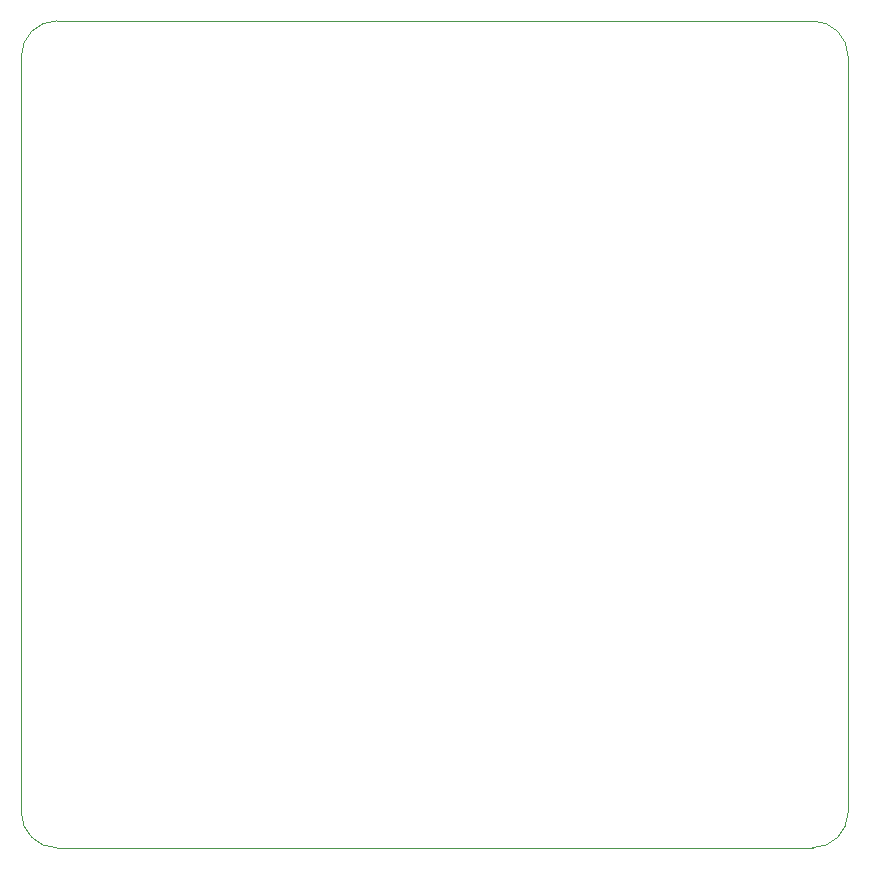
<source format=gm1>
G04 #@! TF.GenerationSoftware,KiCad,Pcbnew,7.0.1*
G04 #@! TF.CreationDate,2023-07-03T19:10:48+02:00*
G04 #@! TF.ProjectId,orion_pcb,6f72696f-6e5f-4706-9362-2e6b69636164,4*
G04 #@! TF.SameCoordinates,Original*
G04 #@! TF.FileFunction,Profile,NP*
%FSLAX46Y46*%
G04 Gerber Fmt 4.6, Leading zero omitted, Abs format (unit mm)*
G04 Created by KiCad (PCBNEW 7.0.1) date 2023-07-03 19:10:48*
%MOMM*%
%LPD*%
G01*
G04 APERTURE LIST*
G04 #@! TA.AperFunction,Profile*
%ADD10C,0.100000*%
G04 #@! TD*
G04 APERTURE END LIST*
D10*
X115000000Y-68000000D02*
X115000000Y-132000000D01*
X185000000Y-68000000D02*
G75*
G03*
X182000000Y-65000000I-3000000J0D01*
G01*
X118000000Y-135000000D02*
X182000000Y-135000000D01*
X185000000Y-132000000D02*
X185000000Y-68000000D01*
X118000000Y-65000000D02*
G75*
G03*
X115000000Y-68000000I0J-3000000D01*
G01*
X115000000Y-132000000D02*
G75*
G03*
X118000000Y-135000000I3000000J0D01*
G01*
X182000000Y-65000000D02*
X118000000Y-65000000D01*
X182000000Y-135000000D02*
G75*
G03*
X185000000Y-132000000I0J3000000D01*
G01*
M02*

</source>
